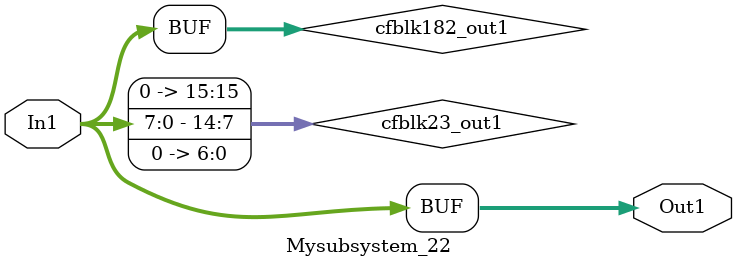
<source format=v>



`timescale 1 ns / 1 ns

module Mysubsystem_22
          (In1,
           Out1);


  input   [7:0] In1;  // uint8
  output  [7:0] Out1;  // uint8


  wire [15:0] cfblk23_out1;  // ufix16_En7
  wire [7:0] cfblk182_out1;  // uint8


  assign cfblk23_out1 = {1'b0, {In1, 7'b0000000}};



  assign cfblk182_out1 = cfblk23_out1[14:7];



  assign Out1 = cfblk182_out1;

endmodule  // Mysubsystem_22


</source>
